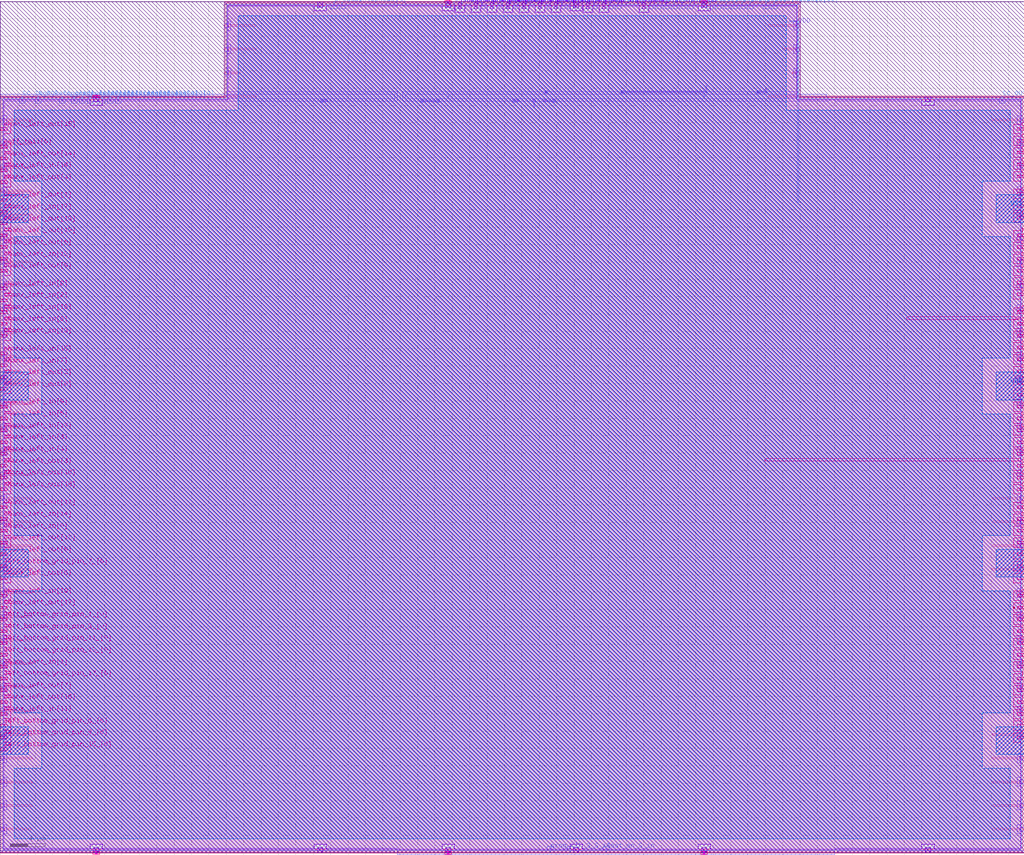
<source format=lef>
VERSION 5.7 ;
BUSBITCHARS "[]" ;

UNITS
  DATABASE MICRONS 1000 ;
END UNITS

MANUFACTURINGGRID 0.005 ;

LAYER li1
  TYPE ROUTING ;
  DIRECTION VERTICAL ;
  PITCH 0.46 ;
  WIDTH 0.17 ;
END li1

LAYER mcon
  TYPE CUT ;
END mcon

LAYER met1
  TYPE ROUTING ;
  DIRECTION HORIZONTAL ;
  PITCH 0.34 ;
  WIDTH 0.14 ;
END met1

LAYER via
  TYPE CUT ;
END via

LAYER met2
  TYPE ROUTING ;
  DIRECTION VERTICAL ;
  PITCH 0.46 ;
  WIDTH 0.14 ;
END met2

LAYER via2
  TYPE CUT ;
END via2

LAYER met3
  TYPE ROUTING ;
  DIRECTION HORIZONTAL ;
  PITCH 0.68 ;
  WIDTH 0.3 ;
END met3

LAYER via3
  TYPE CUT ;
END via3

LAYER met4
  TYPE ROUTING ;
  DIRECTION VERTICAL ;
  PITCH 0.92 ;
  WIDTH 0.3 ;
END met4

LAYER via4
  TYPE CUT ;
END via4

LAYER met5
  TYPE ROUTING ;
  DIRECTION HORIZONTAL ;
  PITCH 3.4 ;
  WIDTH 1.6 ;
END met5

LAYER nwell
  TYPE MASTERSLICE ;
END nwell

LAYER pwell
  TYPE MASTERSLICE ;
END pwell

LAYER OVERLAP
  TYPE OVERLAP ;
END OVERLAP

VIA L1M1_PR
  LAYER li1 ;
    RECT -0.085 -0.085 0.085 0.085 ;
  LAYER mcon ;
    RECT -0.085 -0.085 0.085 0.085 ;
  LAYER met1 ;
    RECT -0.145 -0.115 0.145 0.115 ;
END L1M1_PR

VIA L1M1_PR_R
  LAYER li1 ;
    RECT -0.085 -0.085 0.085 0.085 ;
  LAYER mcon ;
    RECT -0.085 -0.085 0.085 0.085 ;
  LAYER met1 ;
    RECT -0.115 -0.145 0.115 0.145 ;
END L1M1_PR_R

VIA L1M1_PR_M
  LAYER li1 ;
    RECT -0.085 -0.085 0.085 0.085 ;
  LAYER mcon ;
    RECT -0.085 -0.085 0.085 0.085 ;
  LAYER met1 ;
    RECT -0.115 -0.145 0.115 0.145 ;
END L1M1_PR_M

VIA L1M1_PR_MR
  LAYER li1 ;
    RECT -0.085 -0.085 0.085 0.085 ;
  LAYER mcon ;
    RECT -0.085 -0.085 0.085 0.085 ;
  LAYER met1 ;
    RECT -0.145 -0.115 0.145 0.115 ;
END L1M1_PR_MR

VIA L1M1_PR_C
  LAYER li1 ;
    RECT -0.085 -0.085 0.085 0.085 ;
  LAYER mcon ;
    RECT -0.085 -0.085 0.085 0.085 ;
  LAYER met1 ;
    RECT -0.145 -0.145 0.145 0.145 ;
END L1M1_PR_C

VIA M1M2_PR
  LAYER met1 ;
    RECT -0.16 -0.13 0.16 0.13 ;
  LAYER via ;
    RECT -0.075 -0.075 0.075 0.075 ;
  LAYER met2 ;
    RECT -0.13 -0.16 0.13 0.16 ;
END M1M2_PR

VIA M1M2_PR_Enc
  LAYER met1 ;
    RECT -0.16 -0.13 0.16 0.13 ;
  LAYER via ;
    RECT -0.075 -0.075 0.075 0.075 ;
  LAYER met2 ;
    RECT -0.16 -0.13 0.16 0.13 ;
END M1M2_PR_Enc

VIA M1M2_PR_R
  LAYER met1 ;
    RECT -0.13 -0.16 0.13 0.16 ;
  LAYER via ;
    RECT -0.075 -0.075 0.075 0.075 ;
  LAYER met2 ;
    RECT -0.16 -0.13 0.16 0.13 ;
END M1M2_PR_R

VIA M1M2_PR_R_Enc
  LAYER met1 ;
    RECT -0.13 -0.16 0.13 0.16 ;
  LAYER via ;
    RECT -0.075 -0.075 0.075 0.075 ;
  LAYER met2 ;
    RECT -0.13 -0.16 0.13 0.16 ;
END M1M2_PR_R_Enc

VIA M1M2_PR_M
  LAYER met1 ;
    RECT -0.16 -0.13 0.16 0.13 ;
  LAYER via ;
    RECT -0.075 -0.075 0.075 0.075 ;
  LAYER met2 ;
    RECT -0.16 -0.13 0.16 0.13 ;
END M1M2_PR_M

VIA M1M2_PR_M_Enc
  LAYER met1 ;
    RECT -0.16 -0.13 0.16 0.13 ;
  LAYER via ;
    RECT -0.075 -0.075 0.075 0.075 ;
  LAYER met2 ;
    RECT -0.13 -0.16 0.13 0.16 ;
END M1M2_PR_M_Enc

VIA M1M2_PR_MR
  LAYER met1 ;
    RECT -0.13 -0.16 0.13 0.16 ;
  LAYER via ;
    RECT -0.075 -0.075 0.075 0.075 ;
  LAYER met2 ;
    RECT -0.13 -0.16 0.13 0.16 ;
END M1M2_PR_MR

VIA M1M2_PR_MR_Enc
  LAYER met1 ;
    RECT -0.13 -0.16 0.13 0.16 ;
  LAYER via ;
    RECT -0.075 -0.075 0.075 0.075 ;
  LAYER met2 ;
    RECT -0.16 -0.13 0.16 0.13 ;
END M1M2_PR_MR_Enc

VIA M1M2_PR_C
  LAYER met1 ;
    RECT -0.16 -0.16 0.16 0.16 ;
  LAYER via ;
    RECT -0.075 -0.075 0.075 0.075 ;
  LAYER met2 ;
    RECT -0.16 -0.16 0.16 0.16 ;
END M1M2_PR_C

VIA M2M3_PR
  LAYER met2 ;
    RECT -0.14 -0.185 0.14 0.185 ;
  LAYER via2 ;
    RECT -0.1 -0.1 0.1 0.1 ;
  LAYER met3 ;
    RECT -0.165 -0.165 0.165 0.165 ;
END M2M3_PR

VIA M2M3_PR_R
  LAYER met2 ;
    RECT -0.185 -0.14 0.185 0.14 ;
  LAYER via2 ;
    RECT -0.1 -0.1 0.1 0.1 ;
  LAYER met3 ;
    RECT -0.165 -0.165 0.165 0.165 ;
END M2M3_PR_R

VIA M2M3_PR_M
  LAYER met2 ;
    RECT -0.14 -0.185 0.14 0.185 ;
  LAYER via2 ;
    RECT -0.1 -0.1 0.1 0.1 ;
  LAYER met3 ;
    RECT -0.165 -0.165 0.165 0.165 ;
END M2M3_PR_M

VIA M2M3_PR_MR
  LAYER met2 ;
    RECT -0.185 -0.14 0.185 0.14 ;
  LAYER via2 ;
    RECT -0.1 -0.1 0.1 0.1 ;
  LAYER met3 ;
    RECT -0.165 -0.165 0.165 0.165 ;
END M2M3_PR_MR

VIA M2M3_PR_C
  LAYER met2 ;
    RECT -0.185 -0.185 0.185 0.185 ;
  LAYER via2 ;
    RECT -0.1 -0.1 0.1 0.1 ;
  LAYER met3 ;
    RECT -0.165 -0.165 0.165 0.165 ;
END M2M3_PR_C

VIA M3M4_PR
  LAYER met3 ;
    RECT -0.19 -0.16 0.19 0.16 ;
  LAYER via3 ;
    RECT -0.1 -0.1 0.1 0.1 ;
  LAYER met4 ;
    RECT -0.165 -0.165 0.165 0.165 ;
END M3M4_PR

VIA M3M4_PR_R
  LAYER met3 ;
    RECT -0.16 -0.19 0.16 0.19 ;
  LAYER via3 ;
    RECT -0.1 -0.1 0.1 0.1 ;
  LAYER met4 ;
    RECT -0.165 -0.165 0.165 0.165 ;
END M3M4_PR_R

VIA M3M4_PR_M
  LAYER met3 ;
    RECT -0.19 -0.16 0.19 0.16 ;
  LAYER via3 ;
    RECT -0.1 -0.1 0.1 0.1 ;
  LAYER met4 ;
    RECT -0.165 -0.165 0.165 0.165 ;
END M3M4_PR_M

VIA M3M4_PR_MR
  LAYER met3 ;
    RECT -0.16 -0.19 0.16 0.19 ;
  LAYER via3 ;
    RECT -0.1 -0.1 0.1 0.1 ;
  LAYER met4 ;
    RECT -0.165 -0.165 0.165 0.165 ;
END M3M4_PR_MR

VIA M3M4_PR_C
  LAYER met3 ;
    RECT -0.19 -0.19 0.19 0.19 ;
  LAYER via3 ;
    RECT -0.1 -0.1 0.1 0.1 ;
  LAYER met4 ;
    RECT -0.165 -0.165 0.165 0.165 ;
END M3M4_PR_C

VIA M4M5_PR
  LAYER met4 ;
    RECT -0.59 -0.59 0.59 0.59 ;
  LAYER via4 ;
    RECT -0.4 -0.4 0.4 0.4 ;
  LAYER met5 ;
    RECT -0.71 -0.71 0.71 0.71 ;
END M4M5_PR

VIA M4M5_PR_R
  LAYER met4 ;
    RECT -0.59 -0.59 0.59 0.59 ;
  LAYER via4 ;
    RECT -0.4 -0.4 0.4 0.4 ;
  LAYER met5 ;
    RECT -0.71 -0.71 0.71 0.71 ;
END M4M5_PR_R

VIA M4M5_PR_M
  LAYER met4 ;
    RECT -0.59 -0.59 0.59 0.59 ;
  LAYER via4 ;
    RECT -0.4 -0.4 0.4 0.4 ;
  LAYER met5 ;
    RECT -0.71 -0.71 0.71 0.71 ;
END M4M5_PR_M

VIA M4M5_PR_MR
  LAYER met4 ;
    RECT -0.59 -0.59 0.59 0.59 ;
  LAYER via4 ;
    RECT -0.4 -0.4 0.4 0.4 ;
  LAYER met5 ;
    RECT -0.71 -0.71 0.71 0.71 ;
END M4M5_PR_MR

VIA M4M5_PR_C
  LAYER met4 ;
    RECT -0.59 -0.59 0.59 0.59 ;
  LAYER via4 ;
    RECT -0.4 -0.4 0.4 0.4 ;
  LAYER met5 ;
    RECT -0.71 -0.71 0.71 0.71 ;
END M4M5_PR_C

SITE unit
  CLASS CORE ;
  SYMMETRY Y ;
  SIZE 0.46 BY 2.72 ;
END unit

SITE unithddbl
  CLASS CORE ;
  SIZE 0.46 BY 5.44 ;
END unithddbl

MACRO sb_1__0_
  CLASS BLOCK ;
  ORIGIN 0 0 ;
  SIZE 117.76 BY 97.92 ;
  SYMMETRY X Y ;
  PIN chany_top_in[0]
    DIRECTION INPUT ;
    USE SIGNAL ;
    PORT
      LAYER met4 ;
        RECT 61.95 97.12 62.25 97.92 ;
    END
  END chany_top_in[0]
  PIN chany_top_in[1]
    DIRECTION INPUT ;
    USE SIGNAL ;
    PORT
      LAYER met2 ;
        RECT 84.34 97.435 84.48 97.92 ;
    END
  END chany_top_in[1]
  PIN chany_top_in[2]
    DIRECTION INPUT ;
    USE SIGNAL ;
    PORT
      LAYER met2 ;
        RECT 83.42 97.435 83.56 97.92 ;
    END
  END chany_top_in[2]
  PIN chany_top_in[3]
    DIRECTION INPUT ;
    USE SIGNAL ;
    PORT
      LAYER met4 ;
        RECT 73.91 97.12 74.21 97.92 ;
    END
  END chany_top_in[3]
  PIN chany_top_in[4]
    DIRECTION INPUT ;
    USE SIGNAL ;
    PORT
      LAYER met2 ;
        RECT 81.58 97.435 81.72 97.92 ;
    END
  END chany_top_in[4]
  PIN chany_top_in[5]
    DIRECTION INPUT ;
    USE SIGNAL ;
    PORT
      LAYER met4 ;
        RECT 56.43 97.12 56.73 97.92 ;
    END
  END chany_top_in[5]
  PIN chany_top_in[6]
    DIRECTION INPUT ;
    USE SIGNAL ;
    PORT
      LAYER met2 ;
        RECT 55.36 97.435 55.5 97.92 ;
    END
  END chany_top_in[6]
  PIN chany_top_in[7]
    DIRECTION INPUT ;
    USE SIGNAL ;
    PORT
      LAYER met4 ;
        RECT 60.11 97.12 60.41 97.92 ;
    END
  END chany_top_in[7]
  PIN chany_top_in[8]
    DIRECTION INPUT ;
    USE SIGNAL ;
    PORT
      LAYER met2 ;
        RECT 85.26 97.435 85.4 97.92 ;
    END
  END chany_top_in[8]
  PIN chany_top_in[9]
    DIRECTION INPUT ;
    USE SIGNAL ;
    PORT
      LAYER met2 ;
        RECT 88.02 97.435 88.16 97.92 ;
    END
  END chany_top_in[9]
  PIN chany_top_in[10]
    DIRECTION INPUT ;
    USE SIGNAL ;
    PORT
      LAYER met2 ;
        RECT 82.5 97.435 82.64 97.92 ;
    END
  END chany_top_in[10]
  PIN chany_top_in[11]
    DIRECTION INPUT ;
    USE SIGNAL ;
    PORT
      LAYER met2 ;
        RECT 88.94 97.435 89.08 97.92 ;
    END
  END chany_top_in[11]
  PIN chany_top_in[12]
    DIRECTION INPUT ;
    USE SIGNAL ;
    PORT
      LAYER met4 ;
        RECT 67.47 97.12 67.77 97.92 ;
    END
  END chany_top_in[12]
  PIN chany_top_in[13]
    DIRECTION INPUT ;
    USE SIGNAL ;
    PORT
      LAYER met2 ;
        RECT 67.32 97.435 67.46 97.92 ;
    END
  END chany_top_in[13]
  PIN chany_top_in[14]
    DIRECTION INPUT ;
    USE SIGNAL ;
    PORT
      LAYER met4 ;
        RECT 52.75 97.12 53.05 97.92 ;
    END
  END chany_top_in[14]
  PIN chany_top_in[15]
    DIRECTION INPUT ;
    USE SIGNAL ;
    PORT
      LAYER met4 ;
        RECT 58.27 97.12 58.57 97.92 ;
    END
  END chany_top_in[15]
  PIN chany_top_in[16]
    DIRECTION INPUT ;
    USE SIGNAL ;
    PORT
      LAYER met2 ;
        RECT 58.58 97.435 58.72 97.92 ;
    END
  END chany_top_in[16]
  PIN chany_top_in[17]
    DIRECTION INPUT ;
    USE SIGNAL ;
    PORT
      LAYER met4 ;
        RECT 54.59 97.12 54.89 97.92 ;
    END
  END chany_top_in[17]
  PIN chany_top_in[18]
    DIRECTION INPUT ;
    USE SIGNAL ;
    PORT
      LAYER met4 ;
        RECT 63.79 97.12 64.09 97.92 ;
    END
  END chany_top_in[18]
  PIN chany_top_in[19]
    DIRECTION INPUT ;
    USE SIGNAL ;
    PORT
      LAYER met4 ;
        RECT 69.31 97.12 69.61 97.92 ;
    END
  END chany_top_in[19]
  PIN top_left_grid_pin_42_[0]
    DIRECTION INPUT ;
    USE SIGNAL ;
    PORT
      LAYER met2 ;
        RECT 13.5 86.555 13.64 87.04 ;
    END
  END top_left_grid_pin_42_[0]
  PIN top_left_grid_pin_43_[0]
    DIRECTION INPUT ;
    USE SIGNAL ;
    PORT
      LAYER met2 ;
        RECT 11.66 86.555 11.8 87.04 ;
    END
  END top_left_grid_pin_43_[0]
  PIN top_left_grid_pin_44_[0]
    DIRECTION INPUT ;
    USE SIGNAL ;
    PORT
      LAYER met2 ;
        RECT 8.44 86.555 8.58 87.04 ;
    END
  END top_left_grid_pin_44_[0]
  PIN top_left_grid_pin_45_[0]
    DIRECTION INPUT ;
    USE SIGNAL ;
    PORT
      LAYER met2 ;
        RECT 12.58 86.555 12.72 87.04 ;
    END
  END top_left_grid_pin_45_[0]
  PIN top_left_grid_pin_46_[0]
    DIRECTION INPUT ;
    USE SIGNAL ;
    PORT
      LAYER met2 ;
        RECT 10.28 86.555 10.42 87.04 ;
    END
  END top_left_grid_pin_46_[0]
  PIN top_left_grid_pin_47_[0]
    DIRECTION INPUT ;
    USE SIGNAL ;
    PORT
      LAYER met2 ;
        RECT 4.3 86.555 4.44 87.04 ;
    END
  END top_left_grid_pin_47_[0]
  PIN top_left_grid_pin_48_[0]
    DIRECTION INPUT ;
    USE SIGNAL ;
    PORT
      LAYER met2 ;
        RECT 9.36 86.555 9.5 87.04 ;
    END
  END top_left_grid_pin_48_[0]
  PIN top_left_grid_pin_49_[0]
    DIRECTION INPUT ;
    USE SIGNAL ;
    PORT
      LAYER met2 ;
        RECT 7.06 86.555 7.2 87.04 ;
    END
  END top_left_grid_pin_49_[0]
  PIN chanx_right_in[0]
    DIRECTION INPUT ;
    USE SIGNAL ;
    PORT
      LAYER met3 ;
        RECT 116.96 66.83 117.76 67.13 ;
    END
  END chanx_right_in[0]
  PIN chanx_right_in[1]
    DIRECTION INPUT ;
    USE SIGNAL ;
    PORT
      LAYER met3 ;
        RECT 116.96 77.71 117.76 78.01 ;
    END
  END chanx_right_in[1]
  PIN chanx_right_in[2]
    DIRECTION INPUT ;
    USE SIGNAL ;
    PORT
      LAYER met3 ;
        RECT 116.96 75.67 117.76 75.97 ;
    END
  END chanx_right_in[2]
  PIN chanx_right_in[3]
    DIRECTION INPUT ;
    USE SIGNAL ;
    PORT
      LAYER met3 ;
        RECT 116.96 59.35 117.76 59.65 ;
    END
  END chanx_right_in[3]
  PIN chanx_right_in[4]
    DIRECTION INPUT ;
    USE SIGNAL ;
    PORT
      LAYER met3 ;
        RECT 116.96 57.99 117.76 58.29 ;
    END
  END chanx_right_in[4]
  PIN chanx_right_in[5]
    DIRECTION INPUT ;
    USE SIGNAL ;
    PORT
      LAYER met3 ;
        RECT 116.96 79.07 117.76 79.37 ;
    END
  END chanx_right_in[5]
  PIN chanx_right_in[6]
    DIRECTION INPUT ;
    USE SIGNAL ;
    PORT
      LAYER met3 ;
        RECT 116.96 48.47 117.76 48.77 ;
    END
  END chanx_right_in[6]
  PIN chanx_right_in[7]
    DIRECTION INPUT ;
    USE SIGNAL ;
    PORT
      LAYER met3 ;
        RECT 116.96 60.71 117.76 61.01 ;
    END
  END chanx_right_in[7]
  PIN chanx_right_in[8]
    DIRECTION INPUT ;
    USE SIGNAL ;
    PORT
      LAYER met3 ;
        RECT 116.96 25.35 117.76 25.65 ;
    END
  END chanx_right_in[8]
  PIN chanx_right_in[9]
    DIRECTION INPUT ;
    USE SIGNAL ;
    PORT
      LAYER met3 ;
        RECT 116.96 22.63 117.76 22.93 ;
    END
  END chanx_right_in[9]
  PIN chanx_right_in[10]
    DIRECTION INPUT ;
    USE SIGNAL ;
    PORT
      LAYER met3 ;
        RECT 116.96 43.03 117.76 43.33 ;
    END
  END chanx_right_in[10]
  PIN chanx_right_in[11]
    DIRECTION INPUT ;
    USE SIGNAL ;
    PORT
      LAYER met3 ;
        RECT 116.96 39.63 117.76 39.93 ;
    END
  END chanx_right_in[11]
  PIN chanx_right_in[12]
    DIRECTION INPUT ;
    USE SIGNAL ;
    PORT
      LAYER met3 ;
        RECT 116.96 29.43 117.76 29.73 ;
    END
  END chanx_right_in[12]
  PIN chanx_right_in[13]
    DIRECTION INPUT ;
    USE SIGNAL ;
    PORT
      LAYER met3 ;
        RECT 116.96 44.39 117.76 44.69 ;
    END
  END chanx_right_in[13]
  PIN chanx_right_in[14]
    DIRECTION INPUT ;
    USE SIGNAL ;
    PORT
      LAYER met3 ;
        RECT 116.96 26.71 117.76 27.01 ;
    END
  END chanx_right_in[14]
  PIN chanx_right_in[15]
    DIRECTION INPUT ;
    USE SIGNAL ;
    PORT
      LAYER met3 ;
        RECT 116.96 49.83 117.76 50.13 ;
    END
  END chanx_right_in[15]
  PIN chanx_right_in[16]
    DIRECTION INPUT ;
    USE SIGNAL ;
    PORT
      LAYER met3 ;
        RECT 116.96 28.07 117.76 28.37 ;
    END
  END chanx_right_in[16]
  PIN chanx_right_in[17]
    DIRECTION INPUT ;
    USE SIGNAL ;
    PORT
      LAYER met3 ;
        RECT 116.96 13.11 117.76 13.41 ;
    END
  END chanx_right_in[17]
  PIN chanx_right_in[18]
    DIRECTION INPUT ;
    USE SIGNAL ;
    PORT
      LAYER met3 ;
        RECT 116.96 41.67 117.76 41.97 ;
    END
  END chanx_right_in[18]
  PIN chanx_right_in[19]
    DIRECTION INPUT ;
    USE SIGNAL ;
    PORT
      LAYER met3 ;
        RECT 116.96 14.47 117.76 14.77 ;
    END
  END chanx_right_in[19]
  PIN right_bottom_grid_pin_1_[0]
    DIRECTION INPUT ;
    USE SIGNAL ;
    PORT
      LAYER met3 ;
        RECT 116.96 53.91 117.76 54.21 ;
    END
  END right_bottom_grid_pin_1_[0]
  PIN right_bottom_grid_pin_3_[0]
    DIRECTION INPUT ;
    USE SIGNAL ;
    PORT
      LAYER met3 ;
        RECT 116.96 72.95 117.76 73.25 ;
    END
  END right_bottom_grid_pin_3_[0]
  PIN right_bottom_grid_pin_5_[0]
    DIRECTION INPUT ;
    USE SIGNAL ;
    PORT
      LAYER met3 ;
        RECT 116.96 70.91 117.76 71.21 ;
    END
  END right_bottom_grid_pin_5_[0]
  PIN right_bottom_grid_pin_7_[0]
    DIRECTION INPUT ;
    USE SIGNAL ;
    PORT
      LAYER met3 ;
        RECT 116.96 32.83 117.76 33.13 ;
    END
  END right_bottom_grid_pin_7_[0]
  PIN right_bottom_grid_pin_9_[0]
    DIRECTION INPUT ;
    USE SIGNAL ;
    PORT
      LAYER met3 ;
        RECT 116.96 18.55 117.76 18.85 ;
    END
  END right_bottom_grid_pin_9_[0]
  PIN right_bottom_grid_pin_11_[0]
    DIRECTION INPUT ;
    USE SIGNAL ;
    PORT
      LAYER met3 ;
        RECT 116.96 56.63 117.76 56.93 ;
    END
  END right_bottom_grid_pin_11_[0]
  PIN right_bottom_grid_pin_13_[0]
    DIRECTION INPUT ;
    USE SIGNAL ;
    PORT
      LAYER met3 ;
        RECT 116.96 19.91 117.76 20.21 ;
    END
  END right_bottom_grid_pin_13_[0]
  PIN right_bottom_grid_pin_15_[0]
    DIRECTION INPUT ;
    USE SIGNAL ;
    PORT
      LAYER met3 ;
        RECT 116.96 17.19 117.76 17.49 ;
    END
  END right_bottom_grid_pin_15_[0]
  PIN right_bottom_grid_pin_17_[0]
    DIRECTION INPUT ;
    USE SIGNAL ;
    PORT
      LAYER met3 ;
        RECT 116.96 21.27 117.76 21.57 ;
    END
  END right_bottom_grid_pin_17_[0]
  PIN chanx_left_in[0]
    DIRECTION INPUT ;
    USE SIGNAL ;
    PORT
      LAYER met3 ;
        RECT 0 36.91 0.8 37.21 ;
    END
  END chanx_left_in[0]
  PIN chanx_left_in[1]
    DIRECTION INPUT ;
    USE SIGNAL ;
    PORT
      LAYER met3 ;
        RECT 0 21.27 0.8 21.57 ;
    END
  END chanx_left_in[1]
  PIN chanx_left_in[2]
    DIRECTION INPUT ;
    USE SIGNAL ;
    PORT
      LAYER met3 ;
        RECT 0 63.43 0.8 63.73 ;
    END
  END chanx_left_in[2]
  PIN chanx_left_in[3]
    DIRECTION INPUT ;
    USE SIGNAL ;
    PORT
      LAYER met3 ;
        RECT 0 47.11 0.8 47.41 ;
    END
  END chanx_left_in[3]
  PIN chanx_left_in[4]
    DIRECTION INPUT ;
    USE SIGNAL ;
    PORT
      LAYER met3 ;
        RECT 0 45.75 0.8 46.05 ;
    END
  END chanx_left_in[4]
  PIN chanx_left_in[5]
    DIRECTION INPUT ;
    USE SIGNAL ;
    PORT
      LAYER met3 ;
        RECT 0 49.83 0.8 50.13 ;
    END
  END chanx_left_in[5]
  PIN chanx_left_in[6]
    DIRECTION INPUT ;
    USE SIGNAL ;
    PORT
      LAYER met3 ;
        RECT 0 60.71 0.8 61.01 ;
    END
  END chanx_left_in[6]
  PIN chanx_left_in[7]
    DIRECTION INPUT ;
    USE SIGNAL ;
    PORT
      LAYER met3 ;
        RECT 0 55.95 0.8 56.25 ;
    END
  END chanx_left_in[7]
  PIN chanx_left_in[8]
    DIRECTION INPUT ;
    USE SIGNAL ;
    PORT
      LAYER met3 ;
        RECT 0 64.79 0.8 65.09 ;
    END
  END chanx_left_in[8]
  PIN chanx_left_in[9]
    DIRECTION INPUT ;
    USE SIGNAL ;
    PORT
      LAYER met3 ;
        RECT 0 51.19 0.8 51.49 ;
    END
  END chanx_left_in[9]
  PIN chanx_left_in[10]
    DIRECTION INPUT ;
    USE SIGNAL ;
    PORT
      LAYER met3 ;
        RECT 0 29.43 0.8 29.73 ;
    END
  END chanx_left_in[10]
  PIN chanx_left_in[11]
    DIRECTION INPUT ;
    USE SIGNAL ;
    PORT
      LAYER met3 ;
        RECT 0 15.83 0.8 16.13 ;
    END
  END chanx_left_in[11]
  PIN chanx_left_in[12]
    DIRECTION INPUT ;
    USE SIGNAL ;
    PORT
      LAYER met3 ;
        RECT 0 68.19 0.8 68.49 ;
    END
  END chanx_left_in[12]
  PIN chanx_left_in[13]
    DIRECTION INPUT ;
    USE SIGNAL ;
    PORT
      LAYER met3 ;
        RECT 0 48.47 0.8 48.77 ;
    END
  END chanx_left_in[13]
  PIN chanx_left_in[14]
    DIRECTION INPUT ;
    USE SIGNAL ;
    PORT
      LAYER met3 ;
        RECT 0 38.27 0.8 38.57 ;
    END
  END chanx_left_in[14]
  PIN chanx_left_in[15]
    DIRECTION INPUT ;
    USE SIGNAL ;
    PORT
      LAYER met3 ;
        RECT 0 57.31 0.8 57.61 ;
    END
  END chanx_left_in[15]
  PIN chanx_left_in[16]
    DIRECTION INPUT ;
    USE SIGNAL ;
    PORT
      LAYER met3 ;
        RECT 0 62.07 0.8 62.37 ;
    END
  END chanx_left_in[16]
  PIN chanx_left_in[17]
    DIRECTION INPUT ;
    USE SIGNAL ;
    PORT
      LAYER met3 ;
        RECT 0 73.63 0.8 73.93 ;
    END
  END chanx_left_in[17]
  PIN chanx_left_in[18]
    DIRECTION INPUT ;
    USE SIGNAL ;
    PORT
      LAYER met3 ;
        RECT 0 59.35 0.8 59.65 ;
    END
  END chanx_left_in[18]
  PIN chanx_left_in[19]
    DIRECTION INPUT ;
    USE SIGNAL ;
    PORT
      LAYER met3 ;
        RECT 0 78.39 0.8 78.69 ;
    END
  END chanx_left_in[19]
  PIN left_bottom_grid_pin_1_[0]
    DIRECTION INPUT ;
    USE SIGNAL ;
    PORT
      LAYER met3 ;
        RECT 0 26.71 0.8 27.01 ;
    END
  END left_bottom_grid_pin_1_[0]
  PIN left_bottom_grid_pin_3_[0]
    DIRECTION INPUT ;
    USE SIGNAL ;
    PORT
      LAYER met3 ;
        RECT 0 25.35 0.8 25.65 ;
    END
  END left_bottom_grid_pin_3_[0]
  PIN left_bottom_grid_pin_5_[0]
    DIRECTION INPUT ;
    USE SIGNAL ;
    PORT
      LAYER met3 ;
        RECT 0 14.47 0.8 14.77 ;
    END
  END left_bottom_grid_pin_5_[0]
  PIN left_bottom_grid_pin_7_[0]
    DIRECTION INPUT ;
    USE SIGNAL ;
    PORT
      LAYER met3 ;
        RECT 0 32.83 0.8 33.13 ;
    END
  END left_bottom_grid_pin_7_[0]
  PIN left_bottom_grid_pin_9_[0]
    DIRECTION INPUT ;
    USE SIGNAL ;
    PORT
      LAYER met3 ;
        RECT 0 13.11 0.8 13.41 ;
    END
  END left_bottom_grid_pin_9_[0]
  PIN left_bottom_grid_pin_11_[0]
    DIRECTION INPUT ;
    USE SIGNAL ;
    PORT
      LAYER met3 ;
        RECT 0 23.99 0.8 24.29 ;
    END
  END left_bottom_grid_pin_11_[0]
  PIN left_bottom_grid_pin_13_[0]
    DIRECTION INPUT ;
    USE SIGNAL ;
    PORT
      LAYER met3 ;
        RECT 0 22.63 0.8 22.93 ;
    END
  END left_bottom_grid_pin_13_[0]
  PIN left_bottom_grid_pin_15_[0]
    DIRECTION INPUT ;
    USE SIGNAL ;
    PORT
      LAYER met3 ;
        RECT 0 11.75 0.8 12.05 ;
    END
  END left_bottom_grid_pin_15_[0]
  PIN left_bottom_grid_pin_17_[0]
    DIRECTION INPUT ;
    USE SIGNAL ;
    PORT
      LAYER met3 ;
        RECT 0 19.91 0.8 20.21 ;
    END
  END left_bottom_grid_pin_17_[0]
  PIN ccff_head[0]
    DIRECTION INPUT ;
    USE SIGNAL ;
    PORT
      LAYER met3 ;
        RECT 116.96 51.19 117.76 51.49 ;
    END
  END ccff_head[0]
  PIN chany_top_out[0]
    DIRECTION OUTPUT ;
    USE SIGNAL ;
    PORT
      LAYER met2 ;
        RECT 71 97.435 71.14 97.92 ;
    END
  END chany_top_out[0]
  PIN chany_top_out[1]
    DIRECTION OUTPUT ;
    USE SIGNAL ;
    PORT
      LAYER met2 ;
        RECT 77.44 97.435 77.58 97.92 ;
    END
  END chany_top_out[1]
  PIN chany_top_out[2]
    DIRECTION OUTPUT ;
    USE SIGNAL ;
    PORT
      LAYER met2 ;
        RECT 74.68 97.435 74.82 97.92 ;
    END
  END chany_top_out[2]
  PIN chany_top_out[3]
    DIRECTION OUTPUT ;
    USE SIGNAL ;
    PORT
      LAYER met2 ;
        RECT 78.36 97.435 78.5 97.92 ;
    END
  END chany_top_out[3]
  PIN chany_top_out[4]
    DIRECTION OUTPUT ;
    USE SIGNAL ;
    PORT
      LAYER met2 ;
        RECT 39.26 97.435 39.4 97.92 ;
    END
  END chany_top_out[4]
  PIN chany_top_out[5]
    DIRECTION OUTPUT ;
    USE SIGNAL ;
    PORT
      LAYER met2 ;
        RECT 60.42 97.435 60.56 97.92 ;
    END
  END chany_top_out[5]
  PIN chany_top_out[6]
    DIRECTION OUTPUT ;
    USE SIGNAL ;
    PORT
      LAYER met2 ;
        RECT 54.44 97.435 54.58 97.92 ;
    END
  END chany_top_out[6]
  PIN chany_top_out[7]
    DIRECTION OUTPUT ;
    USE SIGNAL ;
    PORT
      LAYER met2 ;
        RECT 65.48 97.435 65.62 97.92 ;
    END
  END chany_top_out[7]
  PIN chany_top_out[8]
    DIRECTION OUTPUT ;
    USE SIGNAL ;
    PORT
      LAYER met2 ;
        RECT 66.4 97.435 66.54 97.92 ;
    END
  END chany_top_out[8]
  PIN chany_top_out[9]
    DIRECTION OUTPUT ;
    USE SIGNAL ;
    PORT
      LAYER met2 ;
        RECT 79.28 97.435 79.42 97.92 ;
    END
  END chany_top_out[9]
  PIN chany_top_out[10]
    DIRECTION OUTPUT ;
    USE SIGNAL ;
    PORT
      LAYER met2 ;
        RECT 57.66 97.435 57.8 97.92 ;
    END
  END chany_top_out[10]
  PIN chany_top_out[11]
    DIRECTION OUTPUT ;
    USE SIGNAL ;
    PORT
      LAYER met2 ;
        RECT 63.18 97.435 63.32 97.92 ;
    END
  END chany_top_out[11]
  PIN chany_top_out[12]
    DIRECTION OUTPUT ;
    USE SIGNAL ;
    PORT
      LAYER met2 ;
        RECT 69.16 97.435 69.3 97.92 ;
    END
  END chany_top_out[12]
  PIN chany_top_out[13]
    DIRECTION OUTPUT ;
    USE SIGNAL ;
    PORT
      LAYER met2 ;
        RECT 76.52 97.435 76.66 97.92 ;
    END
  END chany_top_out[13]
  PIN chany_top_out[14]
    DIRECTION OUTPUT ;
    USE SIGNAL ;
    PORT
      LAYER met2 ;
        RECT 52.14 97.435 52.28 97.92 ;
    END
  END chany_top_out[14]
  PIN chany_top_out[15]
    DIRECTION OUTPUT ;
    USE SIGNAL ;
    PORT
      LAYER met2 ;
        RECT 64.56 97.435 64.7 97.92 ;
    END
  END chany_top_out[15]
  PIN chany_top_out[16]
    DIRECTION OUTPUT ;
    USE SIGNAL ;
    PORT
      LAYER met2 ;
        RECT 53.06 97.435 53.2 97.92 ;
    END
  END chany_top_out[16]
  PIN chany_top_out[17]
    DIRECTION OUTPUT ;
    USE SIGNAL ;
    PORT
      LAYER met2 ;
        RECT 70.08 97.435 70.22 97.92 ;
    END
  END chany_top_out[17]
  PIN chany_top_out[18]
    DIRECTION OUTPUT ;
    USE SIGNAL ;
    PORT
      LAYER met2 ;
        RECT 59.5 97.435 59.64 97.92 ;
    END
  END chany_top_out[18]
  PIN chany_top_out[19]
    DIRECTION OUTPUT ;
    USE SIGNAL ;
    PORT
      LAYER met2 ;
        RECT 75.6 97.435 75.74 97.92 ;
    END
  END chany_top_out[19]
  PIN chanx_right_out[0]
    DIRECTION OUTPUT ;
    USE SIGNAL ;
    PORT
      LAYER met3 ;
        RECT 116.96 69.55 117.76 69.85 ;
    END
  END chanx_right_out[0]
  PIN chanx_right_out[1]
    DIRECTION OUTPUT ;
    USE SIGNAL ;
    PORT
      LAYER met3 ;
        RECT 116.96 52.55 117.76 52.85 ;
    END
  END chanx_right_out[1]
  PIN chanx_right_out[2]
    DIRECTION OUTPUT ;
    USE SIGNAL ;
    PORT
      LAYER met3 ;
        RECT 116.96 47.11 117.76 47.41 ;
    END
  END chanx_right_out[2]
  PIN chanx_right_out[3]
    DIRECTION OUTPUT ;
    USE SIGNAL ;
    PORT
      LAYER met3 ;
        RECT 116.96 65.47 117.76 65.77 ;
    END
  END chanx_right_out[3]
  PIN chanx_right_out[4]
    DIRECTION OUTPUT ;
    USE SIGNAL ;
    PORT
      LAYER met3 ;
        RECT 116.96 36.91 117.76 37.21 ;
    END
  END chanx_right_out[4]
  PIN chanx_right_out[5]
    DIRECTION OUTPUT ;
    USE SIGNAL ;
    PORT
      LAYER met3 ;
        RECT 116.96 15.83 117.76 16.13 ;
    END
  END chanx_right_out[5]
  PIN chanx_right_out[6]
    DIRECTION OUTPUT ;
    USE SIGNAL ;
    PORT
      LAYER met3 ;
        RECT 116.96 68.19 117.76 68.49 ;
    END
  END chanx_right_out[6]
  PIN chanx_right_out[7]
    DIRECTION OUTPUT ;
    USE SIGNAL ;
    PORT
      LAYER met3 ;
        RECT 116.96 62.07 117.76 62.37 ;
    END
  END chanx_right_out[7]
  PIN chanx_right_out[8]
    DIRECTION OUTPUT ;
    USE SIGNAL ;
    PORT
      LAYER met3 ;
        RECT 116.96 55.27 117.76 55.57 ;
    END
  END chanx_right_out[8]
  PIN chanx_right_out[9]
    DIRECTION OUTPUT ;
    USE SIGNAL ;
    PORT
      LAYER met3 ;
        RECT 116.96 74.31 117.76 74.61 ;
    END
  END chanx_right_out[9]
  PIN chanx_right_out[10]
    DIRECTION OUTPUT ;
    USE SIGNAL ;
    PORT
      LAYER met3 ;
        RECT 116.96 31.47 117.76 31.77 ;
    END
  END chanx_right_out[10]
  PIN chanx_right_out[11]
    DIRECTION OUTPUT ;
    USE SIGNAL ;
    PORT
      LAYER met3 ;
        RECT 116.96 23.99 117.76 24.29 ;
    END
  END chanx_right_out[11]
  PIN chanx_right_out[12]
    DIRECTION OUTPUT ;
    USE SIGNAL ;
    PORT
      LAYER met3 ;
        RECT 116.96 64.11 117.76 64.41 ;
    END
  END chanx_right_out[12]
  PIN chanx_right_out[13]
    DIRECTION OUTPUT ;
    USE SIGNAL ;
    PORT
      LAYER met3 ;
        RECT 116.96 81.79 117.76 82.09 ;
    END
  END chanx_right_out[13]
  PIN chanx_right_out[14]
    DIRECTION OUTPUT ;
    USE SIGNAL ;
    PORT
      LAYER met3 ;
        RECT 116.96 80.43 117.76 80.73 ;
    END
  END chanx_right_out[14]
  PIN chanx_right_out[15]
    DIRECTION OUTPUT ;
    USE SIGNAL ;
    PORT
      LAYER met3 ;
        RECT 116.96 83.15 117.76 83.45 ;
    END
  END chanx_right_out[15]
  PIN chanx_right_out[16]
    DIRECTION OUTPUT ;
    USE SIGNAL ;
    PORT
      LAYER met3 ;
        RECT 116.96 35.55 117.76 35.85 ;
    END
  END chanx_right_out[16]
  PIN chanx_right_out[17]
    DIRECTION OUTPUT ;
    USE SIGNAL ;
    PORT
      LAYER met3 ;
        RECT 116.96 45.75 117.76 46.05 ;
    END
  END chanx_right_out[17]
  PIN chanx_right_out[18]
    DIRECTION OUTPUT ;
    USE SIGNAL ;
    PORT
      LAYER met3 ;
        RECT 116.96 38.27 117.76 38.57 ;
    END
  END chanx_right_out[18]
  PIN chanx_right_out[19]
    DIRECTION OUTPUT ;
    USE SIGNAL ;
    PORT
      LAYER met3 ;
        RECT 116.96 34.19 117.76 34.49 ;
    END
  END chanx_right_out[19]
  PIN chanx_left_out[0]
    DIRECTION OUTPUT ;
    USE SIGNAL ;
    PORT
      LAYER met3 ;
        RECT 0 53.23 0.8 53.53 ;
    END
  END chanx_left_out[0]
  PIN chanx_left_out[1]
    DIRECTION OUTPUT ;
    USE SIGNAL ;
    PORT
      LAYER met3 ;
        RECT 0 74.99 0.8 75.29 ;
    END
  END chanx_left_out[1]
  PIN chanx_left_out[2]
    DIRECTION OUTPUT ;
    USE SIGNAL ;
    PORT
      LAYER met3 ;
        RECT 0 54.59 0.8 54.89 ;
    END
  END chanx_left_out[2]
  PIN chanx_left_out[3]
    DIRECTION OUTPUT ;
    USE SIGNAL ;
    PORT
      LAYER met3 ;
        RECT 0 44.39 0.8 44.69 ;
    END
  END chanx_left_out[3]
  PIN chanx_left_out[4]
    DIRECTION OUTPUT ;
    USE SIGNAL ;
    PORT
      LAYER met3 ;
        RECT 0 77.03 0.8 77.33 ;
    END
  END chanx_left_out[4]
  PIN chanx_left_out[5]
    DIRECTION OUTPUT ;
    USE SIGNAL ;
    PORT
      LAYER met3 ;
        RECT 0 31.47 0.8 31.77 ;
    END
  END chanx_left_out[5]
  PIN chanx_left_out[6]
    DIRECTION OUTPUT ;
    USE SIGNAL ;
    PORT
      LAYER met3 ;
        RECT 0 69.55 0.8 69.85 ;
    END
  END chanx_left_out[6]
  PIN chanx_left_out[7]
    DIRECTION OUTPUT ;
    USE SIGNAL ;
    PORT
      LAYER met3 ;
        RECT 0 18.55 0.8 18.85 ;
    END
  END chanx_left_out[7]
  PIN chanx_left_out[8]
    DIRECTION OUTPUT ;
    USE SIGNAL ;
    PORT
      LAYER met3 ;
        RECT 0 34.19 0.8 34.49 ;
    END
  END chanx_left_out[8]
  PIN chanx_left_out[9]
    DIRECTION OUTPUT ;
    USE SIGNAL ;
    PORT
      LAYER met3 ;
        RECT 0 66.83 0.8 67.13 ;
    END
  END chanx_left_out[9]
  PIN chanx_left_out[10]
    DIRECTION OUTPUT ;
    USE SIGNAL ;
    PORT
      LAYER met3 ;
        RECT 0 43.03 0.8 43.33 ;
    END
  END chanx_left_out[10]
  PIN chanx_left_out[11]
    DIRECTION OUTPUT ;
    USE SIGNAL ;
    PORT
      LAYER met3 ;
        RECT 0 39.63 0.8 39.93 ;
    END
  END chanx_left_out[11]
  PIN chanx_left_out[12]
    DIRECTION OUTPUT ;
    USE SIGNAL ;
    PORT
      LAYER met3 ;
        RECT 0 35.55 0.8 35.85 ;
    END
  END chanx_left_out[12]
  PIN chanx_left_out[13]
    DIRECTION OUTPUT ;
    USE SIGNAL ;
    PORT
      LAYER met3 ;
        RECT 0 72.27 0.8 72.57 ;
    END
  END chanx_left_out[13]
  PIN chanx_left_out[14]
    DIRECTION OUTPUT ;
    USE SIGNAL ;
    PORT
      LAYER met3 ;
        RECT 0 79.75 0.8 80.05 ;
    END
  END chanx_left_out[14]
  PIN chanx_left_out[15]
    DIRECTION OUTPUT ;
    USE SIGNAL ;
    PORT
      LAYER met3 ;
        RECT 0 83.15 0.8 83.45 ;
    END
  END chanx_left_out[15]
  PIN chanx_left_out[16]
    DIRECTION OUTPUT ;
    USE SIGNAL ;
    PORT
      LAYER met3 ;
        RECT 0 17.19 0.8 17.49 ;
    END
  END chanx_left_out[16]
  PIN chanx_left_out[17]
    DIRECTION OUTPUT ;
    USE SIGNAL ;
    PORT
      LAYER met3 ;
        RECT 0 28.07 0.8 28.37 ;
    END
  END chanx_left_out[17]
  PIN chanx_left_out[18]
    DIRECTION OUTPUT ;
    USE SIGNAL ;
    PORT
      LAYER met3 ;
        RECT 0 41.67 0.8 41.97 ;
    END
  END chanx_left_out[18]
  PIN chanx_left_out[19]
    DIRECTION OUTPUT ;
    USE SIGNAL ;
    PORT
      LAYER met3 ;
        RECT 0 70.91 0.8 71.21 ;
    END
  END chanx_left_out[19]
  PIN ccff_tail[0]
    DIRECTION OUTPUT ;
    USE SIGNAL ;
    PORT
      LAYER met3 ;
        RECT 0 81.11 0.8 81.41 ;
    END
  END ccff_tail[0]
  PIN SC_IN_TOP
    DIRECTION INPUT ;
    USE SIGNAL ;
    PORT
      LAYER met2 ;
        RECT 2.46 86.555 2.6 87.04 ;
    END
  END SC_IN_TOP
  PIN SC_OUT_TOP
    DIRECTION OUTPUT ;
    USE SIGNAL ;
    PORT
      LAYER met2 ;
        RECT 115.16 86.555 115.3 87.04 ;
    END
  END SC_OUT_TOP
  PIN Test_en_S_in
    DIRECTION INPUT ;
    USE SIGNAL ;
    PORT
      LAYER met2 ;
        RECT 69.62 0 69.76 0.485 ;
    END
  END Test_en_S_in
  PIN Test_en_N_out
    DIRECTION OUTPUT ;
    USE SIGNAL ;
    PORT
      LAYER met2 ;
        RECT 73.76 97.435 73.9 97.92 ;
    END
  END Test_en_N_out
  PIN prog_clk_0_N_in
    DIRECTION INPUT ;
    USE CLOCK ;
    PORT
      LAYER met2 ;
        RECT 38.34 97.435 38.48 97.92 ;
    END
  END prog_clk_0_N_in
  PIN prog_clk_3_S_in
    DIRECTION INPUT ;
    USE SIGNAL ;
    PORT
      LAYER met2 ;
        RECT 63.18 0 63.32 0.485 ;
    END
  END prog_clk_3_S_in
  PIN prog_clk_3_N_out
    DIRECTION OUTPUT ;
    USE SIGNAL ;
    PORT
      LAYER met2 ;
        RECT 86.18 97.435 86.32 97.92 ;
    END
  END prog_clk_3_N_out
  PIN clk_3_S_in
    DIRECTION INPUT ;
    USE SIGNAL ;
    PORT
      LAYER met2 ;
        RECT 65.48 0 65.62 0.485 ;
    END
  END clk_3_S_in
  PIN clk_3_N_out
    DIRECTION OUTPUT ;
    USE SIGNAL ;
    PORT
      LAYER met2 ;
        RECT 68.24 97.435 68.38 97.92 ;
    END
  END clk_3_N_out
  PIN VDD
    DIRECTION INPUT ;
    USE POWER ;
    PORT
      LAYER met1 ;
        RECT 0 2.48 0.48 2.96 ;
        RECT 117.28 2.48 117.76 2.96 ;
        RECT 0 7.92 0.48 8.4 ;
        RECT 117.28 7.92 117.76 8.4 ;
        RECT 0 13.36 0.48 13.84 ;
        RECT 117.28 13.36 117.76 13.84 ;
        RECT 0 18.8 0.48 19.28 ;
        RECT 117.28 18.8 117.76 19.28 ;
        RECT 0 24.24 0.48 24.72 ;
        RECT 117.28 24.24 117.76 24.72 ;
        RECT 0 29.68 0.48 30.16 ;
        RECT 117.28 29.68 117.76 30.16 ;
        RECT 0 35.12 0.48 35.6 ;
        RECT 117.28 35.12 117.76 35.6 ;
        RECT 0 40.56 0.48 41.04 ;
        RECT 117.28 40.56 117.76 41.04 ;
        RECT 0 46 0.48 46.48 ;
        RECT 117.28 46 117.76 46.48 ;
        RECT 0 51.44 0.48 51.92 ;
        RECT 117.28 51.44 117.76 51.92 ;
        RECT 0 56.88 0.48 57.36 ;
        RECT 117.28 56.88 117.76 57.36 ;
        RECT 0 62.32 0.48 62.8 ;
        RECT 117.28 62.32 117.76 62.8 ;
        RECT 0 67.76 0.48 68.24 ;
        RECT 117.28 67.76 117.76 68.24 ;
        RECT 0 73.2 0.48 73.68 ;
        RECT 117.28 73.2 117.76 73.68 ;
        RECT 0 78.64 0.48 79.12 ;
        RECT 117.28 78.64 117.76 79.12 ;
        RECT 0 84.08 0.48 84.56 ;
        RECT 117.28 84.08 117.76 84.56 ;
        RECT 25.76 89.52 26.24 90 ;
        RECT 91.52 89.52 92 90 ;
        RECT 25.76 94.96 26.24 95.44 ;
        RECT 91.52 94.96 92 95.44 ;
      LAYER met5 ;
        RECT 0 11.32 3.2 14.52 ;
        RECT 114.56 11.32 117.76 14.52 ;
        RECT 0 52.12 3.2 55.32 ;
        RECT 114.56 52.12 117.76 55.32 ;
      LAYER met4 ;
        RECT 36.5 0 37.1 0.6 ;
        RECT 65.94 0 66.54 0.6 ;
        RECT 106.42 0 107.02 0.6 ;
        RECT 106.42 86.44 107.02 87.04 ;
        RECT 36.5 97.32 37.1 97.92 ;
        RECT 65.94 97.32 66.54 97.92 ;
    END
  END VDD
  PIN VSS
    DIRECTION INPUT ;
    USE GROUND ;
    PORT
      LAYER met1 ;
        RECT 0 0 45.4 0.24 ;
        RECT 96.28 0 117.76 0.24 ;
        RECT 0 5.2 0.48 5.68 ;
        RECT 117.28 5.2 117.76 5.68 ;
        RECT 0 10.64 0.48 11.12 ;
        RECT 117.28 10.64 117.76 11.12 ;
        RECT 0 16.08 0.48 16.56 ;
        RECT 117.28 16.08 117.76 16.56 ;
        RECT 0 21.52 0.48 22 ;
        RECT 117.28 21.52 117.76 22 ;
        RECT 0 26.96 0.48 27.44 ;
        RECT 117.28 26.96 117.76 27.44 ;
        RECT 0 32.4 0.48 32.88 ;
        RECT 117.28 32.4 117.76 32.88 ;
        RECT 0 37.84 0.48 38.32 ;
        RECT 117.28 37.84 117.76 38.32 ;
        RECT 0 43.28 0.48 43.76 ;
        RECT 117.28 43.28 117.76 43.76 ;
        RECT 0 48.72 0.48 49.2 ;
        RECT 117.28 48.72 117.76 49.2 ;
        RECT 0 54.16 0.48 54.64 ;
        RECT 117.28 54.16 117.76 54.64 ;
        RECT 0 59.6 0.48 60.08 ;
        RECT 117.28 59.6 117.76 60.08 ;
        RECT 0 65.04 0.48 65.52 ;
        RECT 117.28 65.04 117.76 65.52 ;
        RECT 0 70.48 0.48 70.96 ;
        RECT 117.28 70.48 117.76 70.96 ;
        RECT 0 75.92 0.48 76.4 ;
        RECT 117.28 75.92 117.76 76.4 ;
        RECT 0 81.36 0.48 81.84 ;
        RECT 117.28 81.36 117.76 81.84 ;
        RECT 96.28 86.8 117.76 87.04 ;
        RECT 0 86.8 45.4 87.28 ;
        RECT 46.6 86.8 95.08 87.28 ;
        RECT 25.76 92.24 26.24 92.72 ;
        RECT 91.52 92.24 92 92.72 ;
        RECT 25.76 97.68 45.4 97.92 ;
        RECT 46.6 97.68 92 97.92 ;
      LAYER met5 ;
        RECT 0 31.72 3.2 34.92 ;
        RECT 114.56 31.72 117.76 34.92 ;
        RECT 0 72.52 3.2 75.72 ;
        RECT 114.56 72.52 117.76 75.72 ;
      LAYER met4 ;
        RECT 10.74 0 11.34 0.6 ;
        RECT 51.22 0 51.82 0.6 ;
        RECT 80.66 0 81.26 0.6 ;
        RECT 10.74 86.44 11.34 87.04 ;
        RECT 51.22 97.32 51.82 97.92 ;
        RECT 80.66 97.32 81.26 97.92 ;
    END
  END VSS
  OBS
    LAYER met4 ;
      POLYGON 91.6 97.52 91.6 86.64 106.02 86.64 106.02 86.04 107.42 86.04 107.42 86.64 117.36 86.64 117.36 0.4 107.42 0.4 107.42 1 106.02 1 106.02 0.4 81.66 0.4 81.66 1 80.26 1 80.26 0.4 66.94 0.4 66.94 1 65.54 1 65.54 0.4 52.22 0.4 52.22 1 50.82 1 50.82 0.4 37.5 0.4 37.5 1 36.1 1 36.1 0.4 11.74 0.4 11.74 1 10.34 1 10.34 0.4 0.4 0.4 0.4 86.64 10.34 86.64 10.34 86.04 11.74 86.04 11.74 86.64 26.16 86.64 26.16 97.52 36.1 97.52 36.1 96.92 37.5 96.92 37.5 97.52 50.82 97.52 50.82 96.92 52.22 96.92 52.22 97.52 52.35 97.52 52.35 96.72 53.45 96.72 53.45 97.52 54.19 97.52 54.19 96.72 55.29 96.72 55.29 97.52 56.03 97.52 56.03 96.72 57.13 96.72 57.13 97.52 57.87 97.52 57.87 96.72 58.97 96.72 58.97 97.52 59.71 97.52 59.71 96.72 60.81 96.72 60.81 97.52 61.55 97.52 61.55 96.72 62.65 96.72 62.65 97.52 63.39 97.52 63.39 96.72 64.49 96.72 64.49 97.52 65.54 97.52 65.54 96.92 66.94 96.92 66.94 97.52 67.07 97.52 67.07 96.72 68.17 96.72 68.17 97.52 68.91 97.52 68.91 96.72 70.01 96.72 70.01 97.52 73.51 97.52 73.51 96.72 74.61 96.72 74.61 97.52 80.26 97.52 80.26 96.92 81.66 96.92 81.66 97.52 ;
    LAYER met2 ;
      RECT 80.82 97.735 81.1 98.105 ;
      RECT 51.38 97.735 51.66 98.105 ;
      POLYGON 91.84 95.78 91.84 74.9 91.7 74.9 91.7 95.64 90.78 95.64 90.78 95.78 ;
      RECT 10.9 86.855 11.18 87.225 ;
      RECT 80.82 -0.185 81.1 0.185 ;
      RECT 51.38 -0.185 51.66 0.185 ;
      RECT 10.9 -0.185 11.18 0.185 ;
      POLYGON 91.72 97.64 91.72 86.76 114.88 86.76 114.88 86.275 115.58 86.275 115.58 86.76 117.48 86.76 117.48 0.28 70.04 0.28 70.04 0.765 69.34 0.765 69.34 0.28 65.9 0.28 65.9 0.765 65.2 0.765 65.2 0.28 63.6 0.28 63.6 0.765 62.9 0.765 62.9 0.28 0.28 0.28 0.28 86.76 2.18 86.76 2.18 86.275 2.88 86.275 2.88 86.76 4.02 86.76 4.02 86.275 4.72 86.275 4.72 86.76 6.78 86.76 6.78 86.275 7.48 86.275 7.48 86.76 8.16 86.76 8.16 86.275 8.86 86.275 8.86 86.76 9.08 86.76 9.08 86.275 9.78 86.275 9.78 86.76 10 86.76 10 86.275 10.7 86.275 10.7 86.76 11.38 86.76 11.38 86.275 12.08 86.275 12.08 86.76 12.3 86.76 12.3 86.275 13 86.275 13 86.76 13.22 86.76 13.22 86.275 13.92 86.275 13.92 86.76 26.04 86.76 26.04 97.64 38.06 97.64 38.06 97.155 38.76 97.155 38.76 97.64 38.98 97.64 38.98 97.155 39.68 97.155 39.68 97.64 51.86 97.64 51.86 97.155 52.56 97.155 52.56 97.64 52.78 97.64 52.78 97.155 53.48 97.155 53.48 97.64 54.16 97.64 54.16 97.155 54.86 97.155 54.86 97.64 55.08 97.64 55.08 97.155 55.78 97.155 55.78 97.64 57.38 97.64 57.38 97.155 58.08 97.155 58.08 97.64 58.3 97.64 58.3 97.155 59 97.155 59 97.64 59.22 97.64 59.22 97.155 59.92 97.155 59.92 97.64 60.14 97.64 60.14 97.155 60.84 97.155 60.84 97.64 62.9 97.64 62.9 97.155 63.6 97.155 63.6 97.64 64.28 97.64 64.28 97.155 64.98 97.155 64.98 97.64 65.2 97.64 65.2 97.155 65.9 97.155 65.9 97.64 66.12 97.64 66.12 97.155 66.82 97.155 66.82 97.64 67.04 97.64 67.04 97.155 67.74 97.155 67.74 97.64 67.96 97.64 67.96 97.155 68.66 97.155 68.66 97.64 68.88 97.64 68.88 97.155 69.58 97.155 69.58 97.64 69.8 97.64 69.8 97.155 70.5 97.155 70.5 97.64 70.72 97.64 70.72 97.155 71.42 97.155 71.42 97.64 73.48 97.64 73.48 97.155 74.18 97.155 74.18 97.64 74.4 97.64 74.4 97.155 75.1 97.155 75.1 97.64 75.32 97.64 75.32 97.155 76.02 97.155 76.02 97.64 76.24 97.64 76.24 97.155 76.94 97.155 76.94 97.64 77.16 97.64 77.16 97.155 77.86 97.155 77.86 97.64 78.08 97.64 78.08 97.155 78.78 97.155 78.78 97.64 79 97.64 79 97.155 79.7 97.155 79.7 97.64 81.3 97.64 81.3 97.155 82 97.155 82 97.64 82.22 97.64 82.22 97.155 82.92 97.155 82.92 97.64 83.14 97.64 83.14 97.155 83.84 97.155 83.84 97.64 84.06 97.64 84.06 97.155 84.76 97.155 84.76 97.64 84.98 97.64 84.98 97.155 85.68 97.155 85.68 97.64 85.9 97.64 85.9 97.155 86.6 97.155 86.6 97.64 87.74 97.64 87.74 97.155 88.44 97.155 88.44 97.64 88.66 97.64 88.66 97.155 89.36 97.155 89.36 97.64 ;
    LAYER met3 ;
      POLYGON 81.125 98.085 81.125 98.08 81.34 98.08 81.34 97.76 81.125 97.76 81.125 97.755 80.795 97.755 80.795 97.76 80.58 97.76 80.58 98.08 80.795 98.08 80.795 98.085 ;
      POLYGON 51.685 98.085 51.685 98.08 51.9 98.08 51.9 97.76 51.685 97.76 51.685 97.755 51.355 97.755 51.355 97.76 51.14 97.76 51.14 98.08 51.355 98.08 51.355 98.085 ;
      POLYGON 11.205 87.205 11.205 87.2 11.42 87.2 11.42 86.88 11.205 86.88 11.205 86.875 10.875 86.875 10.875 86.88 10.66 86.88 10.66 87.2 10.875 87.2 10.875 87.205 ;
      POLYGON 116.56 61.69 116.56 61.67 117.11 61.67 117.11 61.39 104.27 61.39 104.27 61.69 ;
      POLYGON 116.56 45.37 116.56 45.35 117.11 45.35 117.11 45.07 87.94 45.07 87.94 45.37 ;
      POLYGON 81.125 0.165 81.125 0.16 81.34 0.16 81.34 -0.16 81.125 -0.16 81.125 -0.165 80.795 -0.165 80.795 -0.16 80.58 -0.16 80.58 0.16 80.795 0.16 80.795 0.165 ;
      POLYGON 51.685 0.165 51.685 0.16 51.9 0.16 51.9 -0.16 51.685 -0.16 51.685 -0.165 51.355 -0.165 51.355 -0.16 51.14 -0.16 51.14 0.16 51.355 0.16 51.355 0.165 ;
      POLYGON 11.205 0.165 11.205 0.16 11.42 0.16 11.42 -0.16 11.205 -0.16 11.205 -0.165 10.875 -0.165 10.875 -0.16 10.66 -0.16 10.66 0.16 10.875 0.16 10.875 0.165 ;
      POLYGON 91.6 97.52 91.6 86.64 117.36 86.64 117.36 83.85 116.56 83.85 116.56 82.75 117.36 82.75 117.36 82.49 116.56 82.49 116.56 81.39 117.36 81.39 117.36 81.13 116.56 81.13 116.56 80.03 117.36 80.03 117.36 79.77 116.56 79.77 116.56 78.67 117.36 78.67 117.36 78.41 116.56 78.41 116.56 77.31 117.36 77.31 117.36 76.37 116.56 76.37 116.56 75.27 117.36 75.27 117.36 75.01 116.56 75.01 116.56 73.91 117.36 73.91 117.36 73.65 116.56 73.65 116.56 72.55 117.36 72.55 117.36 71.61 116.56 71.61 116.56 70.51 117.36 70.51 117.36 70.25 116.56 70.25 116.56 69.15 117.36 69.15 117.36 68.89 116.56 68.89 116.56 67.79 117.36 67.79 117.36 67.53 116.56 67.53 116.56 66.43 117.36 66.43 117.36 66.17 116.56 66.17 116.56 65.07 117.36 65.07 117.36 64.81 116.56 64.81 116.56 63.71 117.36 63.71 117.36 62.77 116.56 62.77 116.56 61.67 117.36 61.67 117.36 61.41 116.56 61.41 116.56 60.31 117.36 60.31 117.36 60.05 116.56 60.05 116.56 58.95 117.36 58.95 117.36 58.69 116.56 58.69 116.56 57.59 117.36 57.59 117.36 57.33 116.56 57.33 116.56 56.23 117.36 56.23 117.36 55.97 116.56 55.97 116.56 54.87 117.36 54.87 117.36 54.61 116.56 54.61 116.56 53.51 117.36 53.51 117.36 53.25 116.56 53.25 116.56 52.15 117.36 52.15 117.36 51.89 116.56 51.89 116.56 50.79 117.36 50.79 117.36 50.53 116.56 50.53 116.56 49.43 117.36 49.43 117.36 49.17 116.56 49.17 116.56 48.07 117.36 48.07 117.36 47.81 116.56 47.81 116.56 46.71 117.36 46.71 117.36 46.45 116.56 46.45 116.56 45.35 117.36 45.35 117.36 45.09 116.56 45.09 116.56 43.99 117.36 43.99 117.36 43.73 116.56 43.73 116.56 42.63 117.36 42.63 117.36 42.37 116.56 42.37 116.56 41.27 117.36 41.27 117.36 40.33 116.56 40.33 116.56 39.23 117.36 39.23 117.36 38.97 116.56 38.97 116.56 37.87 117.36 37.87 117.36 37.61 116.56 37.61 116.56 36.51 117.36 36.51 117.36 36.25 116.56 36.25 116.56 35.15 117.36 35.15 117.36 34.89 116.56 34.89 116.56 33.79 117.36 33.79 117.36 33.53 116.56 33.53 116.56 32.43 117.36 32.43 117.36 32.17 116.56 32.17 116.56 31.07 117.36 31.07 117.36 30.13 116.56 30.13 116.56 29.03 117.36 29.03 117.36 28.77 116.56 28.77 116.56 27.67 117.36 27.67 117.36 27.41 116.56 27.41 116.56 26.31 117.36 26.31 117.36 26.05 116.56 26.05 116.56 24.95 117.36 24.95 117.36 24.69 116.56 24.69 116.56 23.59 117.36 23.59 117.36 23.33 116.56 23.33 116.56 22.23 117.36 22.23 117.36 21.97 116.56 21.97 116.56 20.87 117.36 20.87 117.36 20.61 116.56 20.61 116.56 19.51 117.36 19.51 117.36 19.25 116.56 19.25 116.56 18.15 117.36 18.15 117.36 17.89 116.56 17.89 116.56 16.79 117.36 16.79 117.36 16.53 116.56 16.53 116.56 15.43 117.36 15.43 117.36 15.17 116.56 15.17 116.56 14.07 117.36 14.07 117.36 13.81 116.56 13.81 116.56 12.71 117.36 12.71 117.36 0.4 0.4 0.4 0.4 11.35 1.2 11.35 1.2 12.45 0.4 12.45 0.4 12.71 1.2 12.71 1.2 13.81 0.4 13.81 0.4 14.07 1.2 14.07 1.2 15.17 0.4 15.17 0.4 15.43 1.2 15.43 1.2 16.53 0.4 16.53 0.4 16.79 1.2 16.79 1.2 17.89 0.4 17.89 0.4 18.15 1.2 18.15 1.2 19.25 0.4 19.25 0.4 19.51 1.2 19.51 1.2 20.61 0.4 20.61 0.4 20.87 1.2 20.87 1.2 21.97 0.4 21.97 0.4 22.23 1.2 22.23 1.2 23.33 0.4 23.33 0.4 23.59 1.2 23.59 1.2 24.69 0.4 24.69 0.4 24.95 1.2 24.95 1.2 26.05 0.4 26.05 0.4 26.31 1.2 26.31 1.2 27.41 0.4 27.41 0.4 27.67 1.2 27.67 1.2 28.77 0.4 28.77 0.4 29.03 1.2 29.03 1.2 30.13 0.4 30.13 0.4 31.07 1.2 31.07 1.2 32.17 0.4 32.17 0.4 32.43 1.2 32.43 1.2 33.53 0.4 33.53 0.4 33.79 1.2 33.79 1.2 34.89 0.4 34.89 0.4 35.15 1.2 35.15 1.2 36.25 0.4 36.25 0.4 36.51 1.2 36.51 1.2 37.61 0.4 37.61 0.4 37.87 1.2 37.87 1.2 38.97 0.4 38.97 0.4 39.23 1.2 39.23 1.2 40.33 0.4 40.33 0.4 41.27 1.2 41.27 1.2 42.37 0.4 42.37 0.4 42.63 1.2 42.63 1.2 43.73 0.4 43.73 0.4 43.99 1.2 43.99 1.2 45.09 0.4 45.09 0.4 45.35 1.2 45.35 1.2 46.45 0.4 46.45 0.4 46.71 1.2 46.71 1.2 47.81 0.4 47.81 0.4 48.07 1.2 48.07 1.2 49.17 0.4 49.17 0.4 49.43 1.2 49.43 1.2 50.53 0.4 50.53 0.4 50.79 1.2 50.79 1.2 51.89 0.4 51.89 0.4 52.83 1.2 52.83 1.2 53.93 0.4 53.93 0.4 54.19 1.2 54.19 1.2 55.29 0.4 55.29 0.4 55.55 1.2 55.55 1.2 56.65 0.4 56.65 0.4 56.91 1.2 56.91 1.2 58.01 0.4 58.01 0.4 58.95 1.2 58.95 1.2 60.05 0.4 60.05 0.4 60.31 1.2 60.31 1.2 61.41 0.4 61.41 0.4 61.67 1.2 61.67 1.2 62.77 0.4 62.77 0.4 63.03 1.2 63.03 1.2 64.13 0.4 64.13 0.4 64.39 1.2 64.39 1.2 65.49 0.4 65.49 0.4 66.43 1.2 66.43 1.2 67.53 0.4 67.53 0.4 67.79 1.2 67.79 1.2 68.89 0.4 68.89 0.4 69.15 1.2 69.15 1.2 70.25 0.4 70.25 0.4 70.51 1.2 70.51 1.2 71.61 0.4 71.61 0.4 71.87 1.2 71.87 1.2 72.97 0.4 72.97 0.4 73.23 1.2 73.23 1.2 74.33 0.4 74.33 0.4 74.59 1.2 74.59 1.2 75.69 0.4 75.69 0.4 76.63 1.2 76.63 1.2 77.73 0.4 77.73 0.4 77.99 1.2 77.99 1.2 79.09 0.4 79.09 0.4 79.35 1.2 79.35 1.2 80.45 0.4 80.45 0.4 80.71 1.2 80.71 1.2 81.81 0.4 81.81 0.4 82.75 1.2 82.75 1.2 83.85 0.4 83.85 0.4 86.64 26.16 86.64 26.16 97.52 ;
    LAYER met5 ;
      POLYGON 90.4 96.32 90.4 85.44 116.16 85.44 116.16 77.32 112.96 77.32 112.96 70.92 116.16 70.92 116.16 56.92 112.96 56.92 112.96 50.52 116.16 50.52 116.16 36.52 112.96 36.52 112.96 30.12 116.16 30.12 116.16 16.12 112.96 16.12 112.96 9.72 116.16 9.72 116.16 1.6 1.6 1.6 1.6 9.72 4.8 9.72 4.8 16.12 1.6 16.12 1.6 30.12 4.8 30.12 4.8 36.52 1.6 36.52 1.6 50.52 4.8 50.52 4.8 56.92 1.6 56.92 1.6 70.92 4.8 70.92 4.8 77.32 1.6 77.32 1.6 85.44 27.36 85.44 27.36 96.32 ;
    LAYER met1 ;
      RECT 45.68 97.68 46.32 98.16 ;
      POLYGON 81.26 88.3 81.26 87.48 71.69 87.48 71.69 87.42 71.37 87.42 71.37 87.68 71.69 87.68 71.69 87.62 81.12 87.62 81.12 88.3 ;
      POLYGON 88.16 87.96 88.16 87.48 87.33 87.48 87.33 87.42 87.01 87.42 87.01 87.68 87.33 87.68 87.33 87.62 88.02 87.62 88.02 87.96 ;
      RECT 62.63 87.42 62.95 87.68 ;
      POLYGON 63.87 86.66 63.87 86.4 63.55 86.4 63.55 86.46 62.72 86.46 62.72 86.415 62.43 86.415 62.43 86.645 62.72 86.645 62.72 86.6 63.55 86.6 63.55 86.66 ;
      POLYGON 59.27 86.66 59.27 86.645 59.635 86.645 59.635 86.415 59.27 86.415 59.27 86.4 58.95 86.4 58.95 86.66 ;
      POLYGON 50.53 86.66 50.53 86.4 50.21 86.4 50.21 86.46 48.69 86.46 48.69 86.4 48.37 86.4 48.37 86.66 48.69 86.66 48.69 86.6 50.21 86.6 50.21 86.66 ;
      POLYGON 37.19 86.66 37.19 86.6 37.345 86.6 37.345 86.645 37.635 86.645 37.635 86.415 37.345 86.415 37.345 86.46 37.19 86.46 37.19 86.4 36.87 86.4 36.87 86.66 ;
      POLYGON 61.555 86.645 61.555 86.415 61.48 86.415 61.48 85.78 61.34 85.78 61.34 86.415 61.265 86.415 61.265 86.645 ;
      RECT 45.68 -0.24 96 0.24 ;
      POLYGON 46.32 97.64 46.32 97.4 91.72 97.4 91.72 95.72 91.24 95.72 91.24 94.68 91.72 94.68 91.72 93 91.24 93 91.24 91.96 91.72 91.96 91.72 90.28 91.24 90.28 91.24 89.24 91.72 89.24 91.72 87.56 46.32 87.56 46.32 86.52 95.36 86.52 95.36 86.76 96 86.76 96 86.52 117.48 86.52 117.48 84.84 117 84.84 117 83.8 117.48 83.8 117.48 82.12 117 82.12 117 81.08 117.48 81.08 117.48 79.4 117 79.4 117 78.36 117.48 78.36 117.48 76.68 117 76.68 117 75.64 117.48 75.64 117.48 73.96 117 73.96 117 72.92 117.48 72.92 117.48 71.24 117 71.24 117 70.2 117.48 70.2 117.48 68.52 117 68.52 117 67.48 117.48 67.48 117.48 65.8 117 65.8 117 64.76 117.48 64.76 117.48 63.08 117 63.08 117 62.04 117.48 62.04 117.48 60.36 117 60.36 117 59.32 117.48 59.32 117.48 57.64 117 57.64 117 56.6 117.48 56.6 117.48 54.92 117 54.92 117 53.88 117.48 53.88 117.48 52.2 117 52.2 117 51.16 117.48 51.16 117.48 49.48 117 49.48 117 48.44 117.48 48.44 117.48 46.76 117 46.76 117 45.72 117.48 45.72 117.48 44.04 117 44.04 117 43 117.48 43 117.48 41.32 117 41.32 117 40.28 117.48 40.28 117.48 38.6 117 38.6 117 37.56 117.48 37.56 117.48 35.88 117 35.88 117 34.84 117.48 34.84 117.48 33.16 117 33.16 117 32.12 117.48 32.12 117.48 30.44 117 30.44 117 29.4 117.48 29.4 117.48 27.72 117 27.72 117 26.68 117.48 26.68 117.48 25 117 25 117 23.96 117.48 23.96 117.48 22.28 117 22.28 117 21.24 117.48 21.24 117.48 19.56 117 19.56 117 18.52 117.48 18.52 117.48 16.84 117 16.84 117 15.8 117.48 15.8 117.48 14.12 117 14.12 117 13.08 117.48 13.08 117.48 11.4 117 11.4 117 10.36 117.48 10.36 117.48 8.68 117 8.68 117 7.64 117.48 7.64 117.48 5.96 117 5.96 117 4.92 117.48 4.92 117.48 3.24 117 3.24 117 2.2 117.48 2.2 117.48 0.52 96 0.52 96 0.28 45.68 0.28 45.68 0.52 0.28 0.52 0.28 2.2 0.76 2.2 0.76 3.24 0.28 3.24 0.28 4.92 0.76 4.92 0.76 5.96 0.28 5.96 0.28 7.64 0.76 7.64 0.76 8.68 0.28 8.68 0.28 10.36 0.76 10.36 0.76 11.4 0.28 11.4 0.28 13.08 0.76 13.08 0.76 14.12 0.28 14.12 0.28 15.8 0.76 15.8 0.76 16.84 0.28 16.84 0.28 18.52 0.76 18.52 0.76 19.56 0.28 19.56 0.28 21.24 0.76 21.24 0.76 22.28 0.28 22.28 0.28 23.96 0.76 23.96 0.76 25 0.28 25 0.28 26.68 0.76 26.68 0.76 27.72 0.28 27.72 0.28 29.4 0.76 29.4 0.76 30.44 0.28 30.44 0.28 32.12 0.76 32.12 0.76 33.16 0.28 33.16 0.28 34.84 0.76 34.84 0.76 35.88 0.28 35.88 0.28 37.56 0.76 37.56 0.76 38.6 0.28 38.6 0.28 40.28 0.76 40.28 0.76 41.32 0.28 41.32 0.28 43 0.76 43 0.76 44.04 0.28 44.04 0.28 45.72 0.76 45.72 0.76 46.76 0.28 46.76 0.28 48.44 0.76 48.44 0.76 49.48 0.28 49.48 0.28 51.16 0.76 51.16 0.76 52.2 0.28 52.2 0.28 53.88 0.76 53.88 0.76 54.92 0.28 54.92 0.28 56.6 0.76 56.6 0.76 57.64 0.28 57.64 0.28 59.32 0.76 59.32 0.76 60.36 0.28 60.36 0.28 62.04 0.76 62.04 0.76 63.08 0.28 63.08 0.28 64.76 0.76 64.76 0.76 65.8 0.28 65.8 0.28 67.48 0.76 67.48 0.76 68.52 0.28 68.52 0.28 70.2 0.76 70.2 0.76 71.24 0.28 71.24 0.28 72.92 0.76 72.92 0.76 73.96 0.28 73.96 0.28 75.64 0.76 75.64 0.76 76.68 0.28 76.68 0.28 78.36 0.76 78.36 0.76 79.4 0.28 79.4 0.28 81.08 0.76 81.08 0.76 82.12 0.28 82.12 0.28 83.8 0.76 83.8 0.76 84.84 0.28 84.84 0.28 86.52 45.68 86.52 45.68 87.56 26.04 87.56 26.04 89.24 26.52 89.24 26.52 90.28 26.04 90.28 26.04 91.96 26.52 91.96 26.52 93 26.04 93 26.04 94.68 26.52 94.68 26.52 95.72 26.04 95.72 26.04 97.4 45.68 97.4 45.68 97.64 ;
    LAYER li1 ;
      RECT 25.76 97.835 92 98.005 ;
      RECT 88.32 95.115 92 95.285 ;
      RECT 25.76 95.115 29.44 95.285 ;
      RECT 90.16 92.395 92 92.565 ;
      RECT 25.76 92.395 29.44 92.565 ;
      RECT 91.08 89.675 92 89.845 ;
      RECT 25.76 89.675 27.6 89.845 ;
      RECT 88.32 86.955 117.76 87.125 ;
      RECT 0 86.955 29.44 87.125 ;
      RECT 114.08 84.235 117.76 84.405 ;
      RECT 0 84.235 3.68 84.405 ;
      RECT 116.84 81.515 117.76 81.685 ;
      RECT 0 81.515 3.68 81.685 ;
      RECT 117.3 78.795 117.76 78.965 ;
      RECT 0 78.795 3.68 78.965 ;
      RECT 116.84 76.075 117.76 76.245 ;
      RECT 0 76.075 3.68 76.245 ;
      RECT 116.84 73.355 117.76 73.525 ;
      RECT 0 73.355 3.68 73.525 ;
      RECT 116.84 70.635 117.76 70.805 ;
      RECT 0 70.635 1.84 70.805 ;
      RECT 117.3 67.915 117.76 68.085 ;
      RECT 0 67.915 3.68 68.085 ;
      RECT 116.84 65.195 117.76 65.365 ;
      RECT 0 65.195 3.68 65.365 ;
      RECT 116.84 62.475 117.76 62.645 ;
      RECT 0 62.475 1.84 62.645 ;
      RECT 116.84 59.755 117.76 59.925 ;
      RECT 0 59.755 1.84 59.925 ;
      RECT 116.84 57.035 117.76 57.205 ;
      RECT 0 57.035 1.84 57.205 ;
      RECT 116.84 54.315 117.76 54.485 ;
      RECT 0 54.315 3.68 54.485 ;
      RECT 116.84 51.595 117.76 51.765 ;
      RECT 0 51.595 3.68 51.765 ;
      RECT 116.84 48.875 117.76 49.045 ;
      RECT 0 48.875 3.68 49.045 ;
      RECT 116.84 46.155 117.76 46.325 ;
      RECT 0 46.155 3.68 46.325 ;
      RECT 116.84 43.435 117.76 43.605 ;
      RECT 0 43.435 3.68 43.605 ;
      RECT 114.08 40.715 117.76 40.885 ;
      RECT 0 40.715 3.68 40.885 ;
      RECT 114.08 37.995 117.76 38.165 ;
      RECT 0 37.995 3.68 38.165 ;
      RECT 114.08 35.275 117.76 35.445 ;
      RECT 0 35.275 3.68 35.445 ;
      RECT 114.08 32.555 117.76 32.725 ;
      RECT 0 32.555 3.68 32.725 ;
      RECT 116.84 29.835 117.76 30.005 ;
      RECT 0 29.835 3.68 30.005 ;
      RECT 116.84 27.115 117.76 27.285 ;
      RECT 0 27.115 3.68 27.285 ;
      RECT 116.84 24.395 117.76 24.565 ;
      RECT 0 24.395 3.68 24.565 ;
      RECT 116.84 21.675 117.76 21.845 ;
      RECT 0 21.675 3.68 21.845 ;
      RECT 116.84 18.955 117.76 19.125 ;
      RECT 0 18.955 3.68 19.125 ;
      RECT 116.84 16.235 117.76 16.405 ;
      RECT 0 16.235 3.68 16.405 ;
      RECT 114.08 13.515 117.76 13.685 ;
      RECT 0 13.515 3.68 13.685 ;
      RECT 114.08 10.795 117.76 10.965 ;
      RECT 0 10.795 3.68 10.965 ;
      RECT 114.08 8.075 117.76 8.245 ;
      RECT 0 8.075 3.68 8.245 ;
      RECT 114.08 5.355 117.76 5.525 ;
      RECT 0 5.355 3.68 5.525 ;
      RECT 114.08 2.635 117.76 2.805 ;
      RECT 0 2.635 3.68 2.805 ;
      RECT 0 -0.085 117.76 0.085 ;
      POLYGON 91.83 97.75 91.83 86.87 117.59 86.87 117.59 0.17 0.17 0.17 0.17 86.87 25.93 86.87 25.93 97.75 ;
    LAYER mcon ;
      RECT 62.705 87.465 62.875 87.635 ;
      RECT 62.49 86.445 62.66 86.615 ;
      RECT 61.325 86.445 61.495 86.615 ;
      RECT 59.405 86.445 59.575 86.615 ;
      RECT 37.405 86.445 37.575 86.615 ;
    LAYER via ;
      RECT 80.885 97.845 81.035 97.995 ;
      RECT 51.445 97.845 51.595 97.995 ;
      RECT 87.095 87.475 87.245 87.625 ;
      RECT 71.455 87.475 71.605 87.625 ;
      RECT 62.715 87.475 62.865 87.625 ;
      RECT 80.885 86.965 81.035 87.115 ;
      RECT 51.445 86.965 51.595 87.115 ;
      RECT 10.965 86.965 11.115 87.115 ;
      RECT 63.635 86.455 63.785 86.605 ;
      RECT 59.035 86.455 59.185 86.605 ;
      RECT 50.295 86.455 50.445 86.605 ;
      RECT 48.455 86.455 48.605 86.605 ;
      RECT 36.955 86.455 37.105 86.605 ;
      RECT 80.885 -0.075 81.035 0.075 ;
      RECT 51.445 -0.075 51.595 0.075 ;
      RECT 10.965 -0.075 11.115 0.075 ;
    LAYER via2 ;
      RECT 80.86 97.82 81.06 98.02 ;
      RECT 51.42 97.82 51.62 98.02 ;
      RECT 10.94 86.94 11.14 87.14 ;
      RECT 116.51 28.12 116.71 28.32 ;
      RECT 80.86 -0.1 81.06 0.1 ;
      RECT 51.42 -0.1 51.62 0.1 ;
      RECT 10.94 -0.1 11.14 0.1 ;
    LAYER via3 ;
      RECT 80.86 97.82 81.06 98.02 ;
      RECT 51.42 97.82 51.62 98.02 ;
      RECT 10.94 86.94 11.14 87.14 ;
      RECT 80.86 -0.1 81.06 0.1 ;
      RECT 51.42 -0.1 51.62 0.1 ;
      RECT 10.94 -0.1 11.14 0.1 ;
    LAYER OVERLAP ;
      POLYGON 0 0 0 87.04 25.76 87.04 25.76 97.92 92 97.92 92 87.04 117.76 87.04 117.76 0 ;
  END
END sb_1__0_

END LIBRARY

</source>
